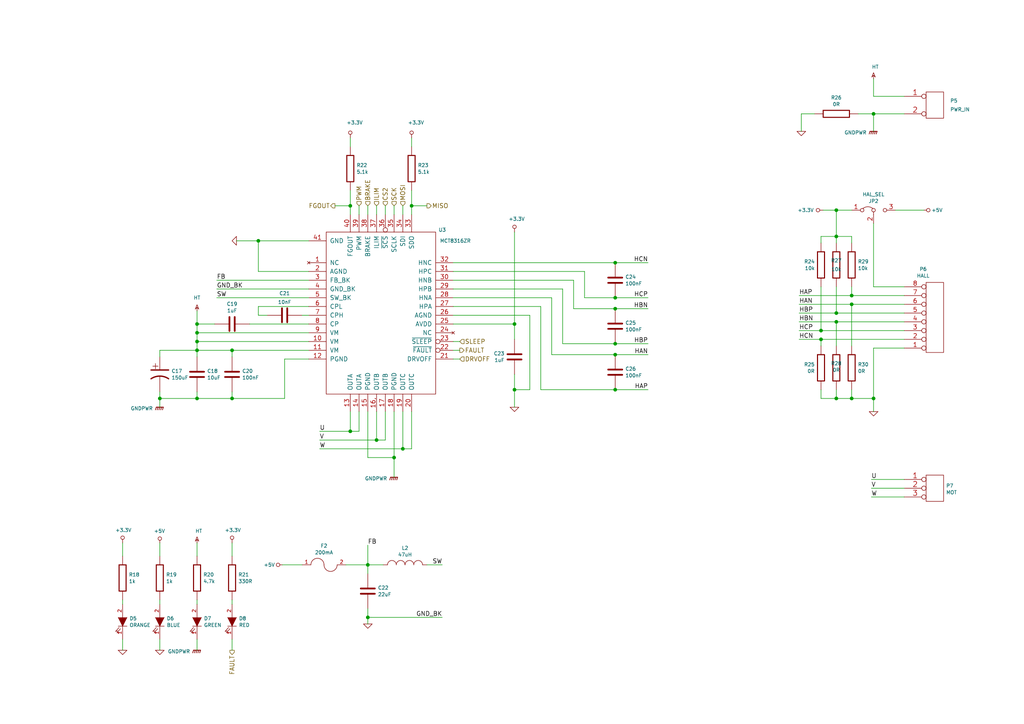
<source format=kicad_sch>
(kicad_sch (version 20231120) (generator "eeschema") (generator_version "8.0")
  (paper "A4")
  (title_block (title "Driver") (date "2021-04-29") (rev "01") (company "TuX's Design"))
  (lib_symbols
    (symbol "Driverino-rescue:+3.3V-power" (power) (pin_names (offset 0))
      (property "Value" "+3.3V-power" (at 0 2.794 0))
      (symbol "+3.3V-power_0_0"
        (pin power_in line (at 0 0 90) (length 0) hide (name "+3.3V") (number "1"))
      )
      (symbol "+3.3V-power_0_1"
        (polyline (pts (xy 0 0) (xy 0 1.016) (xy 0 1.016)))
        (circle (center 0 1.524) (radius 0.508))
      )
    )
    (symbol "Driverino-rescue:+5V-power" (power) (pin_names (offset 1.016))
      (property "Value" "+5V-power" (at 0 2.286 0))
      (symbol "+5V-power_0_0"
        (pin power_in line (at 0 0 90) (length 0) hide (name "+5V") (number "1"))
      )
      (symbol "+5V-power_0_1"
        (polyline (pts (xy 0 0) (xy 0 0.762) (xy 0 0.762) (xy 0 0.762)))
        (circle (center 0 1.27) (radius 0.508))
      )
    )
    (symbol "Driverino-rescue:C-device" (pin_numbers hide) (pin_names (offset 0.254))
      (property "Reference" "C" (at 0 2.54 0))
      (property "Value" "C-device" (at 0.1524 -2.159 0))
      (symbol "C-device_0_1"
        (polyline (pts (xy -2.032 -0.762) (xy 2.032 -0.762)) (stroke (width 0.508)))
        (polyline (pts (xy -2.032 0.762) (xy 2.032 0.762)) (stroke (width 0.508)))
      )
      (symbol "C-device_1_1"
        (pin passive line (at 0 5.08 270) (length 4.318) (name "~") (number "1"))
        (pin passive line (at 0 -5.08 90) (length 4.318) (name "~") (number "2"))
      )
    )
    (symbol "Driverino-rescue:CONN_2-conn" (pin_names (offset 1.016) hide)
      (property "Reference" "P" (at -1.27 0 90))
      (property "Value" "CONN_2-conn" (at 1.27 0 90))
      (symbol "CONN_2-conn_0_1"
        (rectangle (start -2.54 3.81) (end 2.54 -3.81))
      )
      (symbol "CONN_2-conn_1_1"
        (pin passive inverted (at -8.89 2.54 0) (length 6.35) (name "P1") (number "1"))
        (pin passive inverted (at -8.89 -2.54 0) (length 6.35) (name "PM") (number "2"))
      )
    )
    (symbol "Driverino-rescue:CONN_3-conn" (pin_names (offset 1.016) hide)
      (property "Reference" "K" (at -1.27 0 90))
      (property "Value" "CONN_3-conn" (at 1.27 0 90))
      (symbol "CONN_3-conn_0_1"
        (rectangle (start -2.54 3.81) (end 2.54 -3.81))
      )
      (symbol "CONN_3-conn_1_1"
        (pin passive inverted (at -8.89 2.54 0) (length 6.35) (name "P1") (number "1"))
        (pin passive inverted (at -8.89 0 0) (length 6.35) (name "PM") (number "2"))
        (pin passive inverted (at -8.89 -2.54 0) (length 6.35) (name "P3") (number "3"))
      )
    )
    (symbol "Driverino-rescue:CONN_8-conn" (pin_names (offset 1.016) hide)
      (property "Reference" "P" (at -1.27 0 90))
      (property "Value" "CONN_8-conn" (at 1.27 0 90))
      (symbol "CONN_8-conn_0_1"
        (rectangle (start -2.54 10.16) (end 2.54 -10.16))
      )
      (symbol "CONN_8-conn_1_1"
        (pin passive inverted (at -8.89 8.89 0) (length 6.35) (name "P1") (number "1"))
        (pin passive inverted (at -8.89 6.35 0) (length 6.35) (name "P2") (number "2"))
        (pin passive inverted (at -8.89 3.81 0) (length 6.35) (name "P3") (number "3"))
        (pin passive inverted (at -8.89 1.27 0) (length 6.35) (name "P4") (number "4"))
        (pin passive inverted (at -8.89 -1.27 0) (length 6.35) (name "P5") (number "5"))
        (pin passive inverted (at -8.89 -3.81 0) (length 6.35) (name "P6") (number "6"))
        (pin passive inverted (at -8.89 -6.35 0) (length 6.35) (name "P7") (number "7"))
        (pin passive inverted (at -8.89 -8.89 0) (length 6.35) (name "P8") (number "8"))
      )
    )
    (symbol "Driverino-rescue:CP1-device" (pin_numbers hide) (pin_names (offset 0.254) hide)
      (property "Reference" "C" (at 1.27 2.54 0))
      (property "Value" "CP1-device" (at 1.27 -2.54 0))
      (symbol "CP1-device_0_0"
        (text "+" (at -1.27 2.54 0) (effects (font (size 2.032 2.032))))
      )
      (symbol "CP1-device_0_1"
        (polyline (pts (xy -2.54 1.27) (xy 2.54 1.27) (xy 1.27 1.27) (xy 1.27 1.27)) (stroke (width 0.381)))
        (arc (start 2.54 -1.27) (mid 0 -0.5009) (end -2.54 -1.27) (stroke (width 0.381)))
      )
      (symbol "CP1-device_1_1"
        (pin passive line (at 0 5.08 270) (length 3.81) (name "~") (number "1"))
        (pin passive line (at 0 -5.08 90) (length 4.572) (name "~") (number "2"))
      )
    )
    (symbol "Driverino-rescue:FUSE-device" (pin_names (offset 0.254))
      (property "Reference" "F" (at 2.54 1.27 0))
      (property "Value" "FUSE-device" (at -2.54 -1.27 0))
      (symbol "FUSE-device_0_1"
        (arc (start 0 0) (mid -1.905 1.8967) (end -3.81 0))
        (arc (start 0 0) (mid 1.905 -1.8967) (end 3.81 0))
      )
      (symbol "FUSE-device_1_1"
        (pin input line (at -6.35 0 0) (length 2.54) (name "~") (number "1"))
        (pin input line (at 6.35 0 180) (length 2.54) (name "~") (number "2"))
      )
    )
    (symbol "Driverino-rescue:GND-power" (power) (pin_names (offset 0))
      (symbol "GND-power_0_1"
        (polyline (pts (xy -1.27 0) (xy 0 -1.27) (xy 1.27 0) (xy -1.27 0)))
      )
      (symbol "GND-power_1_1"
        (pin power_in line (at 0 0 90) (length 0) hide (name "GND") (number "1"))
      )
    )
    (symbol "Driverino-rescue:GNDPWR-power" (power) (pin_numbers hide) (pin_names (offset 0) hide)
      (property "Value" "GNDPWR-power" (at 0 -2.032 0))
      (symbol "GNDPWR-power_0_1"
        (polyline (pts (xy -1.016 0) (xy -1.27 -0.762) (xy -1.27 -0.762)) (stroke (width 0.2032)))
        (polyline (pts (xy -0.508 0) (xy -0.762 -0.762) (xy -0.762 -0.762)) (stroke (width 0.2032)))
        (polyline (pts (xy 0 0) (xy -0.254 -0.762) (xy -0.254 -0.762)) (stroke (width 0.2032)))
        (polyline (pts (xy 0.508 0) (xy 0.254 -0.762) (xy 0.254 -0.762)) (stroke (width 0.2032)))
        (polyline (pts (xy 1.016 0) (xy -1.016 0) (xy -1.016 0)) (stroke (width 0.254)))
        (polyline (pts (xy 1.016 0) (xy 0.762 -0.762) (xy 0.762 -0.762) (xy 0.762 -0.762)) (stroke (width 0.2032)))
      )
      (symbol "GNDPWR-power_1_1"
        (pin power_in line (at 0 0 90) (length 0) hide (name "GNDPWR") (number "1"))
      )
    )
    (symbol "Driverino-rescue:INDUCTOR_SMALL-device" (pin_numbers hide) (pin_names (offset 0) hide)
      (property "Reference" "L" (at 0 2.54 0))
      (property "Value" "INDUCTOR_SMALL-device" (at 0 -1.27 0))
      (symbol "INDUCTOR_SMALL-device_0_1"
        (arc (start -2.54 0) (mid -3.81 1.2645) (end -5.08 0))
        (arc (start 0 0) (mid -1.27 1.2645) (end -2.54 0))
        (arc (start 2.54 0) (mid 1.27 1.2645) (end 0 0))
        (arc (start 5.08 0) (mid 3.81 1.2645) (end 2.54 0))
      )
      (symbol "INDUCTOR_SMALL-device_1_1"
        (pin input line (at -6.35 0 0) (length 1.27) (name "1") (number "1"))
        (pin input line (at 6.35 0 180) (length 1.27) (name "2") (number "2"))
      )
    )
    (symbol "Driverino-rescue:Jumper_3_Bridged12-Jumper" (pin_names (offset 0) hide)
      (property "Reference" "JP" (at -2.54 -2.54 0))
      (property "Value" "Jumper_3_Bridged12-Jumper" (at 0 2.794 0))
      (symbol "Jumper_3_Bridged12-Jumper_0_0"
        (circle (center -3.302 0) (radius 0.508))
        (circle (center 0 0) (radius 0.508))
        (circle (center 3.302 0) (radius 0.508))
      )
      (symbol "Jumper_3_Bridged12-Jumper_0_1"
        (arc (start -0.254 0.508) (mid -1.651 0.9912) (end -3.048 0.508))
        (polyline (pts (xy 0 -1.27) (xy 0 -0.508)))
      )
      (symbol "Jumper_3_Bridged12-Jumper_1_1"
        (pin passive line (at -6.35 0 0) (length 2.54) (name "A") (number "1"))
        (pin input line (at 0 -3.81 90) (length 2.54) (name "C") (number "2"))
        (pin passive line (at 6.35 0 180) (length 2.54) (name "B") (number "3"))
      )
    )
    (symbol "Driverino-rescue:LED-device" (pin_names (offset 1.016) hide)
      (property "Reference" "D" (at 0 2.54 0))
      (property "Value" "LED-device" (at 0 -2.54 0))
      (symbol "LED-device_0_1"
        (polyline (pts (xy 1.27 1.27) (xy 1.27 -1.27)))
        (polyline (pts (xy -1.27 1.27) (xy 1.27 0) (xy -1.27 -1.27)) (fill (type outline)))
        (polyline (pts (xy 1.651 -1.016) (xy 2.794 -2.032) (xy 2.667 -1.397)))
        (polyline (pts (xy 2.032 -0.635) (xy 3.175 -1.651) (xy 3.048 -1.016)))
      )
      (symbol "LED-device_1_1"
        (pin passive line (at 5.08 0 180) (length 3.81) (name "K") (number "1"))
        (pin passive line (at -5.08 0 0) (length 3.81) (name "A") (number "2"))
      )
    )
    (symbol "Driverino-rescue:MCT8316Z-texas2" (pin_names (offset 1.016))
      (property "Reference" "U" (at 0 3.175 0))
      (property "Value" "MCT8316Z-texas2" (at 0 0 0))
      (symbol "MCT8316Z-texas2_0_0"
        (pin no_connect line (at -20.955 13.97 0) (length 5.08) (name "NC") (number "1"))
        (pin power_in line (at -20.955 -8.89 0) (length 5.08) (name "VM") (number "10"))
        (pin power_in line (at -20.955 -11.43 0) (length 5.08) (name "VM") (number "11"))
        (pin power_in line (at -20.955 -13.97 0) (length 5.08) (name "PGND") (number "12"))
        (pin output line (at -8.89 -29.21 90) (length 5.08) (name "OUTA") (number "13"))
        (pin output line (at -6.35 -29.21 90) (length 5.08) (name "OUTA") (number "14"))
        (pin power_in line (at -3.81 -29.21 90) (length 5.08) (name "PGND") (number "15"))
        (pin output line (at -1.27 -29.21 90) (length 5.08) (name "OUTB") (number "16,"))
        (pin output line (at 1.27 -29.21 90) (length 5.08) (name "OUTB") (number "17"))
        (pin power_in line (at 3.81 -29.21 90) (length 5.08) (name "PGND") (number "18"))
        (pin output line (at 6.35 -29.21 90) (length 5.08) (name "OUTC") (number "19"))
        (pin power_in line (at -20.955 11.43 0) (length 5.08) (name "AGND") (number "2"))
        (pin output line (at 8.89 -29.21 90) (length 5.08) (name "OUTC") (number "20"))
        (pin input line (at 20.955 -13.97 180) (length 5.08) (name "DRVOFF") (number "21"))
        (pin output inverted (at 20.955 -11.43 180) (length 5.08) (name "~{FAULT}") (number "22"))
        (pin input inverted (at 20.955 -8.89 180) (length 5.08) (name "~{SLEEP}") (number "23"))
        (pin no_connect line (at 20.955 -6.35 180) (length 5.08) (name "NC") (number "24"))
        (pin power_in line (at 20.955 -3.81 180) (length 5.08) (name "AVDD") (number "25"))
        (pin power_in line (at 20.955 -1.27 180) (length 5.08) (name "AGND") (number "26"))
        (pin input line (at 20.955 1.27 180) (length 5.08) (name "HPA") (number "27"))
        (pin input line (at 20.955 3.81 180) (length 5.08) (name "HNA") (number "28"))
        (pin input line (at 20.955 6.35 180) (length 5.08) (name "HPB") (number "29"))
        (pin power_in line (at -20.955 8.89 0) (length 5.08) (name "FB_BK") (number "3"))
        (pin input line (at 20.955 8.89 180) (length 5.08) (name "HNB") (number "30"))
        (pin input line (at 20.955 11.43 180) (length 5.08) (name "HPC") (number "31"))
        (pin input line (at 20.955 13.97 180) (length 5.08) (name "HNC") (number "32"))
        (pin output line (at 8.89 27.94 270) (length 5.08) (name "SDO") (number "33"))
        (pin input line (at 6.35 27.94 270) (length 5.08) (name "SDI") (number "34"))
        (pin input line (at 3.81 27.94 270) (length 5.08) (name "SCLK") (number "35"))
        (pin input inverted (at 1.27 27.94 270) (length 5.08) (name "~{SCS}") (number "36"))
        (pin input line (at -1.27 27.94 270) (length 5.08) (name "ILIM") (number "37"))
        (pin input line (at -3.81 27.94 270) (length 5.08) (name "BRAKE") (number "38"))
        (pin input line (at -6.35 27.94 270) (length 5.08) (name "PWM") (number "39"))
        (pin power_in line (at -20.955 6.35 0) (length 5.08) (name "GND_BK") (number "4"))
        (pin output line (at -8.89 27.94 270) (length 5.08) (name "FGOUT") (number "40"))
        (pin power_in line (at -20.955 20.32 0) (length 5.08) (name "GND") (number "41"))
        (pin power_out line (at -20.955 3.81 0) (length 5.08) (name "SW_BK") (number "5"))
        (pin power_in line (at -20.955 1.27 0) (length 5.08) (name "CPL") (number "6"))
        (pin power_in line (at -20.955 -1.27 0) (length 5.08) (name "CPH") (number "7"))
        (pin power_in line (at -20.955 -3.81 0) (length 5.08) (name "CP") (number "8"))
        (pin power_in line (at -20.955 -6.35 0) (length 5.08) (name "VM") (number "9"))
      )
      (symbol "MCT8316Z-texas2_0_1"
        (rectangle (start -15.875 22.86) (end 15.875 -24.13))
      )
    )
    (symbol "Driverino-rescue:R-device" (pin_numbers hide) (pin_names (offset 0))
      (property "Reference" "R" (at 2.032 0 90))
      (property "Value" "R-device" (at 0.1778 0.0254 90))
      (symbol "R-device_0_1"
        (rectangle (start -1.016 3.81) (end 1.016 -3.81) (stroke (width 0.3048)))
      )
      (symbol "R-device_1_1"
        (pin passive line (at 0 6.35 270) (length 2.54) (name "~") (number "1"))
        (pin passive line (at 0 -6.35 90) (length 2.54) (name "~") (number "2"))
      )
    )
    (symbol "power:HT" (power) (pin_names (offset 0))
      (property "Value" "HT" (at 0 2.286 0))
      (symbol "HT_0_0"
        (pin power_in line (at 0 0 90) (length 0) hide (name "HT") (number "1"))
      )
      (symbol "HT_0_1"
        (polyline (pts (xy 0 0) (xy 0 1.016) (xy 0 1.016)))
        (polyline (pts (xy 0 1.016) (xy 0.508 0.508) (xy 0 1.778) (xy -0.508 0.508) (xy 0 1.016) (xy 0 1.016)))
      )
    )
  )
  (junction (at 238.125 98.425))
  (junction (at 178.435 113.03))
  (junction (at 242.57 68.58))
  (junction (at 242.57 60.96))
  (junction (at 109.22 127.635))
  (junction (at 57.15 101.6))
  (junction (at 116.84 130.175))
  (junction (at 253.365 33.02))
  (junction (at 178.435 89.535))
  (junction (at 149.225 93.98))
  (junction (at 253.365 115.57))
  (junction (at 74.93 69.85))
  (junction (at 242.57 93.345))
  (junction (at 178.435 86.36))
  (junction (at 119.38 59.69))
  (junction (at 67.31 115.57))
  (junction (at 101.6 59.69))
  (junction (at 106.68 179.07))
  (junction (at 247.015 115.57))
  (junction (at 67.31 101.6))
  (junction (at 247.015 88.265))
  (junction (at 57.15 93.98))
  (junction (at 247.015 85.725))
  (junction (at 57.15 115.57))
  (junction (at 242.57 90.805))
  (junction (at 149.225 113.03))
  (junction (at 238.125 95.885))
  (junction (at 114.3 132.715))
  (junction (at 106.68 163.83))
  (junction (at 242.57 115.57))
  (junction (at 178.435 102.87))
  (junction (at 178.435 76.2))
  (junction (at 178.435 99.695))
  (junction (at 57.15 99.06))
  (junction (at 101.6 125.095))
  (junction (at 46.355 115.57))
  (junction (at 57.15 96.52))
  (wire (pts (xy 57.15 101.6) (xy 67.31 101.6)))
  (wire (pts (xy 67.31 185.42) (xy 67.31 188.595)))
  (wire (pts (xy 116.84 119.38) (xy 116.84 130.175)))
  (wire (pts (xy 242.57 115.57) (xy 247.015 115.57)))
  (wire (pts (xy 106.68 163.83) (xy 100.33 163.83)))
  (wire (pts (xy 67.31 115.57) (xy 82.55 115.57)))
  (wire (pts (xy 101.6 59.69) (xy 97.155 59.69)))
  (wire (pts (xy 104.14 119.38) (xy 104.14 125.095)))
  (wire (pts (xy 178.435 99.695) (xy 187.96 99.695)))
  (wire (pts (xy 101.6 119.38) (xy 101.6 125.095)))
  (wire (pts (xy 242.57 93.345) (xy 262.255 93.345)))
  (wire (pts (xy 253.365 33.02) (xy 253.365 38.1)))
  (wire (pts (xy 178.435 102.87) (xy 187.96 102.87)))
  (wire (pts (xy 236.22 33.02) (xy 232.41 33.02)))
  (wire (pts (xy 57.15 101.6) (xy 57.15 99.06)))
  (wire (pts (xy 262.255 88.265) (xy 247.015 88.265)))
  (wire (pts (xy 253.365 22.86) (xy 253.365 27.94)))
  (wire (pts (xy 153.67 91.44) (xy 153.67 113.03)))
  (wire (pts (xy 149.225 93.98) (xy 149.225 98.425)))
  (wire (pts (xy 81.915 163.83) (xy 87.63 163.83)))
  (wire (pts (xy 101.6 40.005) (xy 101.6 42.545)))
  (wire (pts (xy 262.255 90.805) (xy 242.57 90.805)))
  (wire (pts (xy 67.31 101.6) (xy 89.535 101.6)))
  (wire (pts (xy 160.02 102.87) (xy 178.435 102.87)))
  (wire (pts (xy 253.365 64.77) (xy 253.365 83.185)))
  (wire (pts (xy 238.125 98.425) (xy 238.125 100.33)))
  (wire (pts (xy 74.93 91.44) (xy 74.93 88.9)))
  (wire (pts (xy 238.76 60.96) (xy 242.57 60.96)))
  (wire (pts (xy 101.6 125.095) (xy 92.71 125.095)))
  (wire (pts (xy 57.15 99.06) (xy 57.15 96.52)))
  (wire (pts (xy 89.535 69.85) (xy 74.93 69.85)))
  (wire (pts (xy 87.63 91.44) (xy 89.535 91.44)))
  (wire (pts (xy 67.31 157.48) (xy 67.31 161.29)))
  (wire (pts (xy 57.15 96.52) (xy 89.535 96.52)))
  (wire (pts (xy 119.38 130.175) (xy 116.84 130.175)))
  (wire (pts (xy 114.3 62.23) (xy 114.3 59.69)))
  (wire (pts (xy 253.365 100.965) (xy 253.365 115.57)))
  (wire (pts (xy 247.015 113.03) (xy 247.015 115.57)))
  (wire (pts (xy 169.545 78.74) (xy 169.545 86.36)))
  (wire (pts (xy 57.15 99.06) (xy 89.535 99.06)))
  (wire (pts (xy 166.37 81.28) (xy 166.37 89.535)))
  (wire (pts (xy 178.435 76.2) (xy 187.96 76.2)))
  (wire (pts (xy 57.15 185.42) (xy 57.15 188.595)))
  (wire (pts (xy 262.255 100.965) (xy 253.365 100.965)))
  (wire (pts (xy 262.255 85.725) (xy 247.015 85.725)))
  (wire (pts (xy 74.93 69.85) (xy 74.93 78.74)))
  (wire (pts (xy 247.015 115.57) (xy 253.365 115.57)))
  (wire (pts (xy 67.31 173.99) (xy 67.31 175.26)))
  (wire (pts (xy 253.365 33.02) (xy 248.92 33.02)))
  (wire (pts (xy 232.41 33.02) (xy 232.41 38.1)))
  (wire (pts (xy 131.445 99.06) (xy 133.35 99.06)))
  (wire (pts (xy 169.545 86.36) (xy 178.435 86.36)))
  (wire (pts (xy 89.535 83.82) (xy 62.865 83.82)))
  (wire (pts (xy 131.445 81.28) (xy 166.37 81.28)))
  (wire (pts (xy 242.57 90.805) (xy 231.775 90.805)))
  (wire (pts (xy 247.015 85.725) (xy 231.775 85.725)))
  (wire (pts (xy 111.125 163.83) (xy 106.68 163.83)))
  (wire (pts (xy 109.22 62.23) (xy 109.22 59.69)))
  (wire (pts (xy 231.775 93.345) (xy 242.57 93.345)))
  (wire (pts (xy 89.535 78.74) (xy 74.93 78.74)))
  (wire (pts (xy 267.97 60.96) (xy 259.715 60.96)))
  (wire (pts (xy 46.355 101.6) (xy 46.355 103.505)))
  (wire (pts (xy 131.445 104.14) (xy 133.35 104.14)))
  (wire (pts (xy 131.445 78.74) (xy 169.545 78.74)))
  (wire (pts (xy 178.435 89.535) (xy 187.96 89.535)))
  (wire (pts (xy 57.15 101.6) (xy 57.15 103.505)))
  (wire (pts (xy 82.55 104.14) (xy 89.535 104.14)))
  (wire (pts (xy 46.355 185.42) (xy 46.355 188.595)))
  (wire (pts (xy 116.84 62.23) (xy 116.84 59.69)))
  (wire (pts (xy 46.355 115.57) (xy 46.355 118.11)))
  (wire (pts (xy 111.76 127.635) (xy 109.22 127.635)))
  (wire (pts (xy 89.535 81.28) (xy 62.865 81.28)))
  (wire (pts (xy 74.93 88.9) (xy 89.535 88.9)))
  (wire (pts (xy 131.445 83.82) (xy 163.195 83.82)))
  (wire (pts (xy 62.23 93.98) (xy 57.15 93.98)))
  (wire (pts (xy 104.14 125.095) (xy 101.6 125.095)))
  (wire (pts (xy 57.15 101.6) (xy 46.355 101.6)))
  (wire (pts (xy 111.76 62.23) (xy 111.76 59.69)))
  (wire (pts (xy 77.47 91.44) (xy 74.93 91.44)))
  (wire (pts (xy 106.68 163.83) (xy 106.68 158.115)))
  (wire (pts (xy 106.68 163.83) (xy 106.68 166.37)))
  (wire (pts (xy 242.57 68.58) (xy 247.015 68.58)))
  (wire (pts (xy 74.93 69.85) (xy 68.58 69.85)))
  (wire (pts (xy 149.225 113.03) (xy 149.225 118.11)))
  (wire (pts (xy 156.845 88.9) (xy 156.845 113.03)))
  (wire (pts (xy 160.02 86.36) (xy 160.02 102.87)))
  (wire (pts (xy 242.57 60.96) (xy 247.015 60.96)))
  (wire (pts (xy 242.57 93.345) (xy 242.57 100.33)))
  (wire (pts (xy 67.31 101.6) (xy 67.31 103.505)))
  (wire (pts (xy 46.355 173.99) (xy 46.355 175.26)))
  (wire (pts (xy 114.3 119.38) (xy 114.3 132.715)))
  (wire (pts (xy 72.39 93.98) (xy 89.535 93.98)))
  (wire (pts (xy 131.445 86.36) (xy 160.02 86.36)))
  (wire (pts (xy 242.57 68.58) (xy 242.57 70.485)))
  (wire (pts (xy 119.38 62.23) (xy 119.38 59.69)))
  (wire (pts (xy 67.31 113.665) (xy 67.31 115.57)))
  (wire (pts (xy 149.225 93.98) (xy 149.225 67.31)))
  (wire (pts (xy 253.365 27.94) (xy 262.255 27.94)))
  (wire (pts (xy 57.15 173.99) (xy 57.15 175.26)))
  (wire (pts (xy 238.125 113.03) (xy 238.125 115.57)))
  (wire (pts (xy 131.445 91.44) (xy 153.67 91.44)))
  (wire (pts (xy 262.255 144.145) (xy 252.73 144.145)))
  (wire (pts (xy 262.255 141.605) (xy 252.73 141.605)))
  (wire (pts (xy 119.38 119.38) (xy 119.38 130.175)))
  (wire (pts (xy 106.68 119.38) (xy 106.68 132.715)))
  (wire (pts (xy 149.225 113.03) (xy 153.67 113.03)))
  (wire (pts (xy 163.195 99.695) (xy 178.435 99.695)))
  (wire (pts (xy 238.125 68.58) (xy 242.57 68.58)))
  (wire (pts (xy 104.14 62.23) (xy 104.14 59.69)))
  (wire (pts (xy 262.255 98.425) (xy 238.125 98.425)))
  (wire (pts (xy 238.125 83.185) (xy 238.125 95.885)))
  (wire (pts (xy 35.56 161.29) (xy 35.56 157.48)))
  (wire (pts (xy 106.68 62.23) (xy 106.68 59.69)))
  (wire (pts (xy 57.15 115.57) (xy 67.31 115.57)))
  (wire (pts (xy 131.445 101.6) (xy 133.35 101.6)))
  (wire (pts (xy 247.015 88.265) (xy 247.015 100.33)))
  (wire (pts (xy 119.38 59.69) (xy 119.38 55.245)))
  (wire (pts (xy 35.56 185.42) (xy 35.56 188.595)))
  (wire (pts (xy 119.38 59.69) (xy 123.825 59.69)))
  (wire (pts (xy 106.68 179.07) (xy 106.68 180.975)))
  (wire (pts (xy 46.355 115.57) (xy 57.15 115.57)))
  (wire (pts (xy 247.015 88.265) (xy 231.775 88.265)))
  (wire (pts (xy 131.445 88.9) (xy 156.845 88.9)))
  (wire (pts (xy 111.76 119.38) (xy 111.76 127.635)))
  (wire (pts (xy 106.68 132.715) (xy 114.3 132.715)))
  (wire (pts (xy 156.845 113.03) (xy 178.435 113.03)))
  (wire (pts (xy 89.535 86.36) (xy 62.865 86.36)))
  (wire (pts (xy 116.84 130.175) (xy 92.71 130.175)))
  (wire (pts (xy 123.825 163.83) (xy 128.27 163.83)))
  (wire (pts (xy 106.68 176.53) (xy 106.68 179.07)))
  (wire (pts (xy 178.435 86.36) (xy 187.96 86.36)))
  (wire (pts (xy 262.255 139.065) (xy 252.73 139.065)))
  (wire (pts (xy 247.015 68.58) (xy 247.015 70.485)))
  (wire (pts (xy 253.365 83.185) (xy 262.255 83.185)))
  (wire (pts (xy 101.6 55.245) (xy 101.6 59.69)))
  (wire (pts (xy 242.57 113.03) (xy 242.57 115.57)))
  (wire (pts (xy 262.255 33.02) (xy 253.365 33.02)))
  (wire (pts (xy 82.55 115.57) (xy 82.55 104.14)))
  (wire (pts (xy 57.15 90.17) (xy 57.15 93.98)))
  (wire (pts (xy 109.22 119.38) (xy 109.22 127.635)))
  (wire (pts (xy 131.445 93.98) (xy 149.225 93.98)))
  (wire (pts (xy 238.125 115.57) (xy 242.57 115.57)))
  (wire (pts (xy 114.3 132.715) (xy 114.3 138.43)))
  (wire (pts (xy 101.6 59.69) (xy 101.6 62.23)))
  (wire (pts (xy 253.365 115.57) (xy 253.365 119.38)))
  (wire (pts (xy 238.125 68.58) (xy 238.125 70.485)))
  (wire (pts (xy 178.435 113.03) (xy 187.96 113.03)))
  (wire (pts (xy 57.15 157.48) (xy 57.15 161.29)))
  (wire (pts (xy 46.355 161.29) (xy 46.355 157.48)))
  (wire (pts (xy 238.125 95.885) (xy 231.775 95.885)))
  (wire (pts (xy 57.15 113.665) (xy 57.15 115.57)))
  (wire (pts (xy 109.22 127.635) (xy 92.71 127.635)))
  (wire (pts (xy 238.125 98.425) (xy 231.775 98.425)))
  (wire (pts (xy 119.38 40.005) (xy 119.38 42.545)))
  (wire (pts (xy 247.015 85.725) (xy 247.015 83.185)))
  (wire (pts (xy 149.225 108.585) (xy 149.225 113.03)))
  (wire (pts (xy 131.445 76.2) (xy 178.435 76.2)))
  (wire (pts (xy 35.56 173.99) (xy 35.56 175.26)))
  (wire (pts (xy 166.37 89.535) (xy 178.435 89.535)))
  (wire (pts (xy 262.255 95.885) (xy 238.125 95.885)))
  (wire (pts (xy 242.57 60.96) (xy 242.57 68.58)))
  (wire (pts (xy 46.355 113.665) (xy 46.355 115.57)))
  (wire (pts (xy 57.15 93.98) (xy 57.15 96.52)))
  (wire (pts (xy 106.68 179.07) (xy 128.27 179.07)))
  (wire (pts (xy 163.195 83.82) (xy 163.195 99.695)))
  (wire (pts (xy 242.57 83.185) (xy 242.57 90.805)))
  (label "U" (at 92.71 125.095 0))
  (label "FB" (at 106.68 158.115 0))
  (label "HAN" (at 187.96 102.87 180))
  (label "HCN" (at 187.96 76.2 180))
  (label "HAP" (at 231.775 85.725 0))
  (label "HBN" (at 231.775 93.345 0))
  (label "HBP" (at 231.775 90.805 0))
  (label "HBN" (at 187.96 89.535 180))
  (label "GND_BK" (at 128.27 179.07 180))
  (label "V" (at 92.71 127.635 0))
  (label "FB" (at 62.865 81.28 0))
  (label "W" (at 92.71 130.175 0))
  (label "SW" (at 128.27 163.83 180))
  (label "SW" (at 62.865 86.36 0))
  (label "HBP" (at 187.96 99.695 180))
  (label "HCP" (at 231.775 95.885 0))
  (label "HCN" (at 231.775 98.425 0))
  (label "HAP" (at 187.96 113.03 180))
  (label "U" (at 252.73 139.065 0))
  (label "V" (at 252.73 141.605 0))
  (label "W" (at 252.73 144.145 0))
  (label "GND_BK" (at 62.865 83.82 0))
  (label "HCP" (at 187.96 86.36 180))
  (label "HAN" (at 231.775 88.265 0))
  (hierarchical_label "BRAKE" (shape input) (at 106.68 59.69 90))
  (hierarchical_label "SLEEP" (shape input) (at 133.35 99.06 0))
  (hierarchical_label "PWM" (shape input) (at 104.14 59.69 90))
  (hierarchical_label "DRVOFF" (shape input) (at 133.35 104.14 0))
  (hierarchical_label "MISO" (shape output) (at 123.825 59.69 0))
  (hierarchical_label "FAULT" (shape output) (at 67.31 188.595 270))
  (hierarchical_label "FGOUT" (shape output) (at 97.155 59.69 180))
  (hierarchical_label "ILIM" (shape input) (at 109.22 59.69 90))
  (hierarchical_label "FAULT" (shape output) (at 133.35 101.6 0))
  (hierarchical_label "MOSI" (shape input) (at 116.84 59.69 90))
  (hierarchical_label "CS2" (shape input) (at 111.76 59.69 90))
  (hierarchical_label "SCK" (shape input) (at 114.3 59.69 90))
  (symbol (lib_id "Driverino-rescue:+5V-power") (at 81.915 163.83 90) (mirror x) (unit 1)
    (property "Reference" "#PWR046" (effects (hide yes)))
    (property "Value" "+5V" (at 78.105 163.83 90) (effects (font (size 1.016 1.016))))
  )
  (symbol (lib_id "Driverino-rescue:+3.3V-power") (at 149.225 67.31 0) (unit 1)
    (property "Reference" "#PWR051" (effects (hide yes)))
    (property "Value" "+3.3V" (at 149.86 63.5 0) (effects (font (size 1.016 1.016))))
  )
  (symbol (lib_id "Driverino-rescue:+3.3V-power") (at 101.6 40.005 0) (unit 1)
    (property "Reference" "#PWR047" (effects (hide yes)))
    (property "Value" "+3.3V" (at 102.87 35.56 0) (effects (font (size 1.016 1.016))))
  )
  (symbol (lib_id "Driverino-rescue:+3.3V-power") (at 119.38 40.005 0) (unit 1)
    (property "Reference" "#PWR050" (effects (hide yes)))
    (property "Value" "+3.3V" (at 120.65 35.56 0) (effects (font (size 1.016 1.016))))
  )
  (symbol (lib_id "Driverino-rescue:Jumper_3_Bridged12-Jumper") (at 253.365 60.96 0) (unit 1)
    (property "Reference" "JP2" (at 253.365 58.3184 0) (effects (font (size 1.016 1.016))))
    (property "Value" "HAL_SEL" (at 253.365 56.388 0) (effects (font (size 1.016 1.016))))
    (property "Footprint" "Connector_PinHeader_1.27mm:PinHeader_1x03_P1.27mm_Vertical" (effects (hide yes)))
    (property "Manufacturer" "Samtec" (effects (hide yes)))
    (property "Provider" "Mouser" (effects (hide yes)))
    (property "ProviderCode" "200-TMS10301GS" (effects (hide yes)))
    (property "manf#" "TMS-103-01-G-S" (effects (hide yes)))
  )
  (symbol (lib_id "Driverino-rescue:+5V-power") (at 267.97 60.96 270) (unit 1)
    (property "Reference" "#PWR058" (effects (hide yes)))
    (property "Value" "+5V" (at 271.78 60.96 90) (effects (font (size 1.016 1.016))))
  )
  (symbol (lib_id "Driverino-rescue:FUSE-device") (at 93.98 163.83 0) (unit 1)
    (property "Reference" "F2" (at 93.98 158.3182 0) (effects (font (size 1.016 1.016))))
    (property "Value" "200mA" (at 93.98 160.2486 0) (effects (font (size 1.016 1.016))))
    (property "Footprint" "Fuse:Fuse_0402_1005Metric" (effects (hide yes)))
    (property "manf#" "MF-ASML020/6-2" (effects (hide yes)))
    (property "Manufacturer" "Bourns" (effects (hide yes)))
    (property "Provider" "Mouser" (effects (hide yes)))
    (property "ProviderCode" "652-MF-ASML020/6-2" (effects (hide yes)))
  )
  (symbol (lib_id "Driverino-rescue:+3.3V-power") (at 238.76 60.96 90) (unit 1)
    (property "Reference" "#PWR054" (effects (hide yes)))
    (property "Value" "+3.3V" (at 233.68 60.96 90) (effects (font (size 1.016 1.016))))
  )
  (symbol (lib_id "power:HT") (at 57.15 157.48 0) (unit 1)
    (property "Reference" "#PWR042" (effects (hide yes)))
    (property "Value" "HT" (at 57.658 154.0256 0) (effects (font (size 1.016 1.016))))
  )
  (symbol (lib_id "Driverino-rescue:R-device") (at 57.15 167.64 0) (unit 1)
    (property "Reference" "R20" (at 58.9534 166.6748 0) (effects (font (size 1.016 1.016)) (justify left)))
    (property "Value" "4.7k" (at 58.9534 168.6052 0) (effects (font (size 1.016 1.016)) (justify left)))
    (property "Footprint" "Resistor_SMD:R_0402_1005Metric" (effects (hide yes)))
    (property "Manufacturer" "Yageo" (effects (hide yes)))
    (property "manf#" "RC0402FR-074K7L" (effects (hide yes)))
    (property "Provider" "Mouser" (effects (hide yes)))
    (property "ProviderCode" "603-RC0402FR-074K7L" (effects (hide yes)))
  )
  (symbol (lib_id "Driverino-rescue:GNDPWR-power") (at 57.15 188.595 0) (unit 1)
    (property "Reference" "#PWR043" (effects (hide yes)))
    (property "Value" "GNDPWR" (at 55.1434 188.9506 0) (effects (font (size 1.016 1.016)) (justify right)))
  )
  (symbol (lib_id "Driverino-rescue:LED-device") (at 57.15 180.34 270) (unit 1)
    (property "Reference" "D7" (at 59.1312 179.3748 90) (effects (font (size 1.016 1.016)) (justify left)))
    (property "Value" "GREEN" (at 59.1312 181.3052 90) (effects (font (size 1.016 1.016)) (justify left)))
    (property "Footprint" "LED_SMD:LED_0603_1608Metric" (effects (hide yes)))
    (property "Manufacturer" "Kingbright" (effects (hide yes)))
    (property "Provider" "Mouser" (effects (hide yes)))
    (property "ProviderCode" "604-APT1608SGC" (effects (hide yes)))
    (property "manf#" "APT1608SGC" (effects (hide yes)))
  )
  (symbol (lib_id "Driverino-rescue:R-device") (at 67.31 167.64 0) (unit 1)
    (property "Reference" "R21" (at 69.1134 166.6748 0) (effects (font (size 1.016 1.016)) (justify left)))
    (property "Value" "330R" (at 69.1134 168.6052 0) (effects (font (size 1.016 1.016)) (justify left)))
    (property "Footprint" "Resistor_SMD:R_0402_1005Metric" (effects (hide yes)))
    (property "Manufacturer" "Vishay" (effects (hide yes)))
    (property "manf#" "CRCW0402330RFKED" (effects (hide yes)))
    (property "Provider" "Mouser" (effects (hide yes)))
    (property "ProviderCode" "756-GWCR0402330RFT10" (effects (hide yes)))
  )
  (symbol (lib_id "Driverino-rescue:LED-device") (at 67.31 180.34 270) (unit 1)
    (property "Reference" "D8" (at 69.2912 179.3748 90) (effects (font (size 1.016 1.016)) (justify left)))
    (property "Value" "RED" (at 69.2912 181.3052 90) (effects (font (size 1.016 1.016)) (justify left)))
    (property "Footprint" "LED_SMD:LED_0603_1608Metric" (effects (hide yes)))
    (property "Manufacturer" "Kingbright" (effects (hide yes)))
    (property "Provider" "Mouser" (effects (hide yes)))
    (property "ProviderCode" "604-APT1608EC" (effects (hide yes)))
    (property "manf#" "APT1608EC" (effects (hide yes)))
  )
  (symbol (lib_id "Driverino-rescue:+3.3V-power") (at 67.31 157.48 0) (unit 1)
    (property "Reference" "#PWR044" (effects (hide yes)))
    (property "Value" "+3.3V" (at 67.5386 153.7716 0) (effects (font (size 1.016 1.016))))
  )
  (symbol (lib_id "Driverino-rescue:R-device") (at 46.355 167.64 0) (mirror y) (unit 1)
    (property "Reference" "R19" (at 48.1584 166.6748 0) (effects (font (size 1.016 1.016)) (justify right)))
    (property "Value" "1k" (at 48.1584 168.6052 0) (effects (font (size 1.016 1.016)) (justify right)))
    (property "Footprint" "Resistor_SMD:R_0402_1005Metric" (effects (hide yes)))
    (property "manf#" "CRCW04021K00FKEDC" (effects (hide yes)))
    (property "Provider" "Mouser" (effects (hide yes)))
    (property "Manufacturer" "Vishay" (effects (hide yes)))
    (property "ProviderCode" "71-CRCW04021K00FKEDC" (effects (hide yes)))
  )
  (symbol (lib_id "Driverino-rescue:GND-power") (at 46.355 188.595 0) (unit 1)
    (property "Reference" "#PWR040" (effects (hide yes)))
    (property "Value" "GND" (effects (hide yes)))
  )
  (symbol (lib_id "Driverino-rescue:LED-device") (at 46.355 180.34 270) (unit 1)
    (property "Reference" "D6" (at 48.3362 179.3748 90) (effects (font (size 1.016 1.016)) (justify left)))
    (property "Value" "BLUE" (at 48.3362 181.3052 90) (effects (font (size 1.016 1.016)) (justify left)))
    (property "Footprint" "LED_SMD:LED_0603_1608Metric" (effects (hide yes)))
    (property "Manufacturer" "Kingbright" (effects (hide yes)))
    (property "Provider" "Mouser" (effects (hide yes)))
    (property "ProviderCode" "604-APT1608QBC/D" (effects (hide yes)))
    (property "manf#" "APT1608QBC/D" (effects (hide yes)))
  )
  (symbol (lib_id "Driverino-rescue:+5V-power") (at 46.355 157.48 0) (unit 1)
    (property "Reference" "#PWR039" (effects (hide yes)))
    (property "Value" "+5V" (at 46.2534 154.0256 0) (effects (font (size 1.016 1.016))))
  )
  (symbol (lib_id "Driverino-rescue:R-device") (at 35.56 167.64 0) (mirror y) (unit 1)
    (property "Reference" "R18" (at 37.3634 166.6748 0) (effects (font (size 1.016 1.016)) (justify right)))
    (property "Value" "1k" (at 37.3634 168.6052 0) (effects (font (size 1.016 1.016)) (justify right)))
    (property "Footprint" "Resistor_SMD:R_0402_1005Metric" (effects (hide yes)))
    (property "manf#" "CRCW04021K00FKEDC" (effects (hide yes)))
    (property "Provider" "Mouser" (effects (hide yes)))
    (property "Manufacturer" "Vishay" (effects (hide yes)))
    (property "ProviderCode" "71-CRCW04021K00FKEDC" (effects (hide yes)))
  )
  (symbol (lib_id "Driverino-rescue:GND-power") (at 35.56 188.595 0) (unit 1)
    (property "Reference" "#PWR037" (effects (hide yes)))
    (property "Value" "GND" (effects (hide yes)))
  )
  (symbol (lib_id "Driverino-rescue:LED-device") (at 35.56 180.34 270) (unit 1)
    (property "Reference" "D5" (at 37.5412 179.3748 90) (effects (font (size 1.016 1.016)) (justify left)))
    (property "Value" "ORANGE" (at 37.5412 181.3052 90) (effects (font (size 1.016 1.016)) (justify left)))
    (property "Footprint" "LED_SMD:LED_0603_1608Metric" (effects (hide yes)))
    (property "Manufacturer" "Kingbright" (effects (hide yes)))
    (property "Provider" "Mouser" (effects (hide yes)))
    (property "ProviderCode" "604-AP1608SECK" (effects (hide yes)))
    (property "manf#" "AP1608SECK" (effects (hide yes)))
  )
  (symbol (lib_id "Driverino-rescue:+3.3V-power") (at 35.56 157.48 0) (unit 1)
    (property "Reference" "#PWR036" (effects (hide yes)))
    (property "Value" "+3.3V" (at 35.7886 153.7716 0) (effects (font (size 1.016 1.016))))
  )
  (symbol (lib_id "Driverino-rescue:MCT8316Z-texas2") (at 110.49 90.17 0) (unit 1)
    (property "Reference" "U3" (at 128.27 66.675 0) (effects (font (size 1.016 1.016))))
    (property "Value" "MCT8316ZR" (at 132.08 69.85 0) (effects (font (size 1.016 1.016))))
    (property "Footprint" "Driverino:QFN-40_EP_5x7_Pitch0.5mm" (effects (hide yes)))
    (property "Manufacturer" "TI" (effects (hide yes)))
    (property "manf#" "PMCT8316Z0TRGFR" (effects (hide yes)))
  )
  (symbol (lib_id "power:HT") (at 57.15 90.17 0) (unit 1)
    (property "Reference" "#PWR041" (effects (hide yes)))
    (property "Value" "HT" (at 57.15 86.36 0) (effects (font (size 1.016 1.016))))
  )
  (symbol (lib_id "Driverino-rescue:GND-power") (at 68.58 69.85 270) (unit 1)
    (property "Reference" "#PWR045" (effects (hide yes)))
    (property "Value" "GND" (effects (hide yes)))
  )
  (symbol (lib_id "Driverino-rescue:C-device") (at 178.435 107.95 180) (unit 1)
    (property "Reference" "C26" (at 181.356 106.9848 0) (effects (font (size 1.016 1.016)) (justify right)))
    (property "Value" "100nF" (at 181.356 108.9152 0) (effects (font (size 1.016 1.016)) (justify right)))
    (property "Footprint" "Capacitor_SMD:C_0402_1005Metric" (effects (hide yes)))
    (property "manf#" "GCM155R71H104KE02J" (effects (hide yes)))
    (property "Manufacturer" "Murata" (effects (hide yes)))
    (property "Provider" "Mouser" (effects (hide yes)))
    (property "ProviderCode" "81-GCM155R71H104KE2J" (effects (hide yes)))
  )
  (symbol (lib_id "Driverino-rescue:C-device") (at 178.435 94.615 180) (unit 1)
    (property "Reference" "C25" (at 181.356 93.6498 0) (effects (font (size 1.016 1.016)) (justify right)))
    (property "Value" "100nF" (at 181.356 95.5802 0) (effects (font (size 1.016 1.016)) (justify right)))
    (property "Footprint" "Capacitor_SMD:C_0402_1005Metric" (effects (hide yes)))
    (property "manf#" "GCM155R71H104KE02J" (effects (hide yes)))
    (property "Manufacturer" "Murata" (effects (hide yes)))
    (property "Provider" "Mouser" (effects (hide yes)))
    (property "ProviderCode" "81-GCM155R71H104KE2J" (effects (hide yes)))
  )
  (symbol (lib_id "Driverino-rescue:C-device") (at 57.15 108.585 0) (unit 1)
    (property "Reference" "C18" (at 60.071 107.6198 0) (effects (font (size 1.016 1.016)) (justify left)))
    (property "Value" "10uF" (at 60.071 109.5502 0) (effects (font (size 1.016 1.016)) (justify left)))
    (property "Footprint" "Capacitor_SMD:C_1206_3216Metric" (effects (hide yes)))
    (property "Manufacturer" "TDK" (effects (hide yes)))
    (property "Provider" "Mouser" (effects (hide yes)))
    (property "ProviderCode" "810-C3216X7R1H106160" (effects (hide yes)))
    (property "manf#" "C3216X7R1H106K160AE" (effects (hide yes)))
  )
  (symbol (lib_id "Driverino-rescue:GNDPWR-power") (at 114.3 138.43 0) (unit 1)
    (property "Reference" "#PWR049" (effects (hide yes)))
    (property "Value" "GNDPWR" (at 112.2934 138.7856 0) (effects (font (size 1.016 1.016)) (justify right)))
  )
  (symbol (lib_id "Driverino-rescue:C-device") (at 82.55 91.44 270) (mirror x) (unit 1)
    (property "Reference" "C21" (at 82.55 85.09 90) (effects (font (size 1.016 1.016))))
    (property "Value" "10nF" (at 82.55 87.63 90) (effects (font (size 1.016 1.016))))
    (property "Footprint" "Capacitor_SMD:C_0402_1005Metric" (effects (hide yes)))
    (property "Manufacturer" "Murata" (effects (hide yes)))
    (property "Provider" "Mouser" (effects (hide yes)))
    (property "ProviderCode" "81-GRM155R71H103JA8D" (effects (hide yes)))
    (property "manf#" "GRM155R71H103JA88D" (effects (hide yes)))
  )
  (symbol (lib_id "Driverino-rescue:C-device") (at 149.225 103.505 0) (mirror x) (unit 1)
    (property "Reference" "C23" (at 146.3294 102.5398 0) (effects (font (size 1.016 1.016)) (justify right)))
    (property "Value" "1uF" (at 146.3294 104.4702 0) (effects (font (size 1.016 1.016)) (justify right)))
    (property "Footprint" "Capacitor_SMD:C_0603_1608Metric" (effects (hide yes)))
    (property "Manufacturer" "AVX" (effects (hide yes)))
    (property "Provider" "Mouser" (effects (hide yes)))
    (property "ProviderCode" "581-0603DC105MAT2A" (effects (hide yes)))
    (property "manf#" "0603DC105MAT2A" (effects (hide yes)))
  )
  (symbol (lib_id "Driverino-rescue:GND-power") (at 149.225 118.11 0) (unit 1)
    (property "Reference" "#PWR052" (effects (hide yes)))
    (property "Value" "GND" (effects (hide yes)))
  )
  (symbol (lib_id "Driverino-rescue:R-device") (at 101.6 48.895 0) (unit 1)
    (property "Reference" "R22" (at 103.4034 47.9298 0) (effects (font (size 1.016 1.016)) (justify left)))
    (property "Value" "5.1k" (at 103.4034 49.8602 0) (effects (font (size 1.016 1.016)) (justify left)))
    (property "Footprint" "Resistor_SMD:R_0402_1005Metric" (effects (hide yes)))
    (property "Manufacturer" "ROHM" (effects (hide yes)))
    (property "Provider" "Mouser" (effects (hide yes)))
    (property "ProviderCode" "755-SFR01MZPF5101" (effects (hide yes)))
    (property "manf#" "SFR01MZPF5101" (effects (hide yes)))
  )
  (symbol (lib_id "Driverino-rescue:C-device") (at 67.31 108.585 0) (unit 1)
    (property "Reference" "C20" (at 70.231 107.6198 0) (effects (font (size 1.016 1.016)) (justify left)))
    (property "Value" "100nF" (at 70.231 109.5502 0) (effects (font (size 1.016 1.016)) (justify left)))
    (property "Footprint" "Capacitor_SMD:C_0402_1005Metric" (effects (hide yes)))
    (property "manf#" "GCM155R71H104KE02J" (effects (hide yes)))
    (property "Manufacturer" "Murata" (effects (hide yes)))
    (property "Provider" "Mouser" (effects (hide yes)))
    (property "ProviderCode" "81-GCM155R71H104KE2J" (effects (hide yes)))
  )
  (symbol (lib_id "Driverino-rescue:C-device") (at 178.435 81.28 180) (unit 1)
    (property "Reference" "C24" (at 181.356 80.3148 0) (effects (font (size 1.016 1.016)) (justify right)))
    (property "Value" "100nF" (at 181.356 82.2452 0) (effects (font (size 1.016 1.016)) (justify right)))
    (property "Footprint" "Capacitor_SMD:C_0402_1005Metric" (effects (hide yes)))
    (property "manf#" "GCM155R71H104KE02J" (effects (hide yes)))
    (property "Manufacturer" "Murata" (effects (hide yes)))
    (property "Provider" "Mouser" (effects (hide yes)))
    (property "ProviderCode" "81-GCM155R71H104KE2J" (effects (hide yes)))
  )
  (symbol (lib_id "Driverino-rescue:C-device") (at 67.31 93.98 270) (mirror x) (unit 1)
    (property "Reference" "C19" (at 67.31 88.1634 90) (effects (font (size 1.016 1.016))))
    (property "Value" "1uF" (at 67.31 90.0938 90) (effects (font (size 1.016 1.016))))
    (property "Footprint" "Capacitor_SMD:C_0603_1608Metric" (effects (hide yes)))
    (property "Manufacturer" "AVX" (effects (hide yes)))
    (property "Provider" "Mouser" (effects (hide yes)))
    (property "ProviderCode" "581-0603DC105MAT2A" (effects (hide yes)))
    (property "manf#" "0603DC105MAT2A" (effects (hide yes)))
  )
  (symbol (lib_id "Driverino-rescue:CP1-device") (at 46.355 108.585 0) (unit 1)
    (property "Reference" "C17" (at 49.7332 107.6198 0) (effects (font (size 1.016 1.016)) (justify left)))
    (property "Value" "150uF" (at 49.7332 109.5502 0) (effects (font (size 1.016 1.016)) (justify left)))
    (property "Footprint" "Capacitor_SMD:CP_Elec_6.3x7.7" (effects (hide yes)))
    (property "Manufacturer" "Panasonic" (effects (hide yes)))
    (property "manf#" "EEE-FTV151XAV" (effects (hide yes)))
    (property "Provider" "Mouser" (effects (hide yes)))
    (property "ProviderCode" "667-EEE-FTV151XAV" (effects (hide yes)))
  )
  (symbol (lib_id "Driverino-rescue:GNDPWR-power") (at 46.355 118.11 0) (unit 1)
    (property "Reference" "#PWR038" (effects (hide yes)))
    (property "Value" "GNDPWR" (at 44.3484 118.4656 0) (effects (font (size 1.016 1.016)) (justify right)))
  )
  (symbol (lib_id "Driverino-rescue:R-device") (at 119.38 48.895 0) (unit 1)
    (property "Reference" "R23" (at 121.1834 47.9298 0) (effects (font (size 1.016 1.016)) (justify left)))
    (property "Value" "5.1k" (at 121.1834 49.8602 0) (effects (font (size 1.016 1.016)) (justify left)))
    (property "Footprint" "Resistor_SMD:R_0402_1005Metric" (effects (hide yes)))
    (property "Manufacturer" "ROHM" (effects (hide yes)))
    (property "Provider" "Mouser" (effects (hide yes)))
    (property "ProviderCode" "755-SFR01MZPF5101" (effects (hide yes)))
    (property "manf#" "SFR01MZPF5101" (effects (hide yes)))
  )
  (symbol (lib_id "Driverino-rescue:CONN_3-conn") (at 271.145 141.605 0) (unit 1)
    (property "Reference" "P7" (at 274.3962 140.8938 0) (effects (font (size 1.016 1.016)) (justify left)))
    (property "Value" "MOT" (at 274.3962 142.8242 0) (effects (font (size 1.016 1.016)) (justify left)))
    (property "Footprint" "Driverino:39773-0003" (effects (hide yes)))
    (property "manf#" "39773-0003" (effects (hide yes)))
    (property "Manufacturer" "Molex" (effects (hide yes)))
    (property "Provider" "Mouser" (effects (hide yes)))
    (property "ProviderCode" "538-39773-0003" (effects (hide yes)))
  )
  (symbol (lib_id "Driverino-rescue:CONN_8-conn") (at 271.145 92.075 0) (mirror x) (unit 1)
    (property "Reference" "P6" (at 267.7668 78.0542 0) (effects (font (size 1.016 1.016))))
    (property "Value" "HALL" (at 267.7668 79.9846 0) (effects (font (size 1.016 1.016))))
    (property "Footprint" "Connector_Molex:Molex_PicoBlade_53047-0810_1x08_P1.25mm_Vertical" (effects (hide yes)))
    (property "Manufacturer" "Molex" (effects (hide yes)))
    (property "manf#" "53047-0810" (effects (hide yes)))
    (property "Provider" "Mouser" (effects (hide yes)))
    (property "ProviderCode" "538-53047-0810" (effects (hide yes)))
  )
  (symbol (lib_id "Driverino-rescue:GND-power") (at 253.365 119.38 0) (mirror y) (unit 1)
    (property "Reference" "#PWR057" (effects (hide yes)))
    (property "Value" "GND" (effects (hide yes)))
  )
  (symbol (lib_id "Driverino-rescue:R-device") (at 238.125 106.68 0) (unit 1)
    (property "Reference" "R25" (at 236.3216 105.7148 0) (effects (font (size 1.016 1.016)) (justify right)))
    (property "Value" "0R" (at 236.3216 107.6452 0) (effects (font (size 1.016 1.016)) (justify right)))
    (property "Footprint" "Resistor_SMD:R_0402_1005Metric" (effects (hide yes)))
    (property "Manufacturer" "Vishay" (effects (hide yes)))
    (property "Provider" "Mouser" (effects (hide yes)))
    (property "ProviderCode" "71-RCC04020000Z0ED" (effects (hide yes)))
    (property "manf#" "RCC04020000Z0ED" (effects (hide yes)))
  )
  (symbol (lib_id "Driverino-rescue:R-device") (at 242.57 106.68 0) (unit 1)
    (property "Reference" "R28" (at 242.57 105.41 0) (effects (font (size 1.016 1.016))))
    (property "Value" "0R" (at 242.57 107.315 0) (effects (font (size 1.016 1.016))))
    (property "Footprint" "Resistor_SMD:R_0402_1005Metric" (effects (hide yes)))
    (property "Manufacturer" "Vishay" (effects (hide yes)))
    (property "Provider" "Mouser" (effects (hide yes)))
    (property "ProviderCode" "71-RCC04020000Z0ED" (effects (hide yes)))
    (property "manf#" "RCC04020000Z0ED" (effects (hide yes)))
  )
  (symbol (lib_id "Driverino-rescue:R-device") (at 247.015 106.68 0) (unit 1)
    (property "Reference" "R30" (at 248.8184 105.7148 0) (effects (font (size 1.016 1.016)) (justify left)))
    (property "Value" "0R" (at 248.8184 107.6452 0) (effects (font (size 1.016 1.016)) (justify left)))
    (property "Footprint" "Resistor_SMD:R_0402_1005Metric" (effects (hide yes)))
    (property "Manufacturer" "Vishay" (effects (hide yes)))
    (property "Provider" "Mouser" (effects (hide yes)))
    (property "ProviderCode" "71-RCC04020000Z0ED" (effects (hide yes)))
    (property "manf#" "RCC04020000Z0ED" (effects (hide yes)))
  )
  (symbol (lib_id "Driverino-rescue:R-device") (at 247.015 76.835 0) (unit 1)
    (property "Reference" "R29" (at 248.8184 75.8698 0) (effects (font (size 1.016 1.016)) (justify left)))
    (property "Value" "10k" (at 248.8184 77.8002 0) (effects (font (size 1.016 1.016)) (justify left)))
    (property "Footprint" "Resistor_SMD:R_0402_1005Metric" (effects (hide yes)))
    (property "Manufacturer" "Vishay" (effects (hide yes)))
    (property "manf#" "CRCW040210K0FKEDC" (effects (hide yes)))
    (property "Provider" "Mouser" (effects (hide yes)))
    (property "ProviderCode" "71-CRCW040210K0FKEDC" (effects (hide yes)))
  )
  (symbol (lib_id "Driverino-rescue:R-device") (at 242.57 76.835 0) (unit 1)
    (property "Reference" "R27" (at 242.57 75.565 0) (effects (font (size 1.016 1.016))))
    (property "Value" "10k" (at 242.57 78.105 0) (effects (font (size 1.016 1.016))))
    (property "Footprint" "Resistor_SMD:R_0402_1005Metric" (effects (hide yes)))
    (property "Manufacturer" "Vishay" (effects (hide yes)))
    (property "manf#" "CRCW040210K0FKEDC" (effects (hide yes)))
    (property "Provider" "Mouser" (effects (hide yes)))
    (property "ProviderCode" "71-CRCW040210K0FKEDC" (effects (hide yes)))
  )
  (symbol (lib_id "Driverino-rescue:R-device") (at 238.125 76.835 0) (unit 1)
    (property "Reference" "R24" (at 236.347 75.8698 0) (effects (font (size 1.016 1.016)) (justify right)))
    (property "Value" "10k" (at 236.347 77.8002 0) (effects (font (size 1.016 1.016)) (justify right)))
    (property "Footprint" "Resistor_SMD:R_0402_1005Metric" (effects (hide yes)))
    (property "Manufacturer" "Vishay" (effects (hide yes)))
    (property "manf#" "CRCW040210K0FKEDC" (effects (hide yes)))
    (property "Provider" "Mouser" (effects (hide yes)))
    (property "ProviderCode" "71-CRCW040210K0FKEDC" (effects (hide yes)))
  )
  (symbol (lib_id "Driverino-rescue:CONN_2-conn") (at 271.145 30.48 0) (unit 1)
    (property "Reference" "P5" (at 275.59 29.21 0) (effects (font (size 1.016 1.016)) (justify left)))
    (property "Value" "PWR_IN" (at 275.59 31.75 0) (effects (font (size 1.016 1.016)) (justify left)))
    (property "Footprint" "Driverino:39773-0002" (effects (hide yes)))
    (property "manf#" "39773-0002" (effects (hide yes)))
    (property "Manufacturer" "Molex" (effects (hide yes)))
    (property "Provider" "Mouser" (effects (hide yes)))
    (property "ProviderCode" "538-39773-0002" (effects (hide yes)))
  )
  (symbol (lib_id "power:HT") (at 253.365 22.86 0) (unit 1)
    (property "Reference" "#PWR055" (effects (hide yes)))
    (property "Value" "HT" (at 253.873 19.4056 0) (effects (font (size 1.016 1.016))))
  )
  (symbol (lib_id "Driverino-rescue:GNDPWR-power") (at 253.365 38.1 0) (unit 1)
    (property "Reference" "#PWR056" (effects (hide yes)))
    (property "Value" "GNDPWR" (at 251.3584 38.4556 0) (effects (font (size 1.016 1.016)) (justify right)))
  )
  (symbol (lib_id "Driverino-rescue:R-device") (at 242.57 33.02 270) (mirror x) (unit 1)
    (property "Reference" "R26" (at 242.57 28.321 90) (effects (font (size 1.016 1.016))))
    (property "Value" "0R" (at 242.57 30.2514 90) (effects (font (size 1.016 1.016))))
    (property "Footprint" "Resistor_SMD:R_0402_1005Metric" (effects (hide yes)))
    (property "Provider" "Mouser" (effects (hide yes)))
    (property "manf#" "RCC04020000Z0ED" (effects (hide yes)))
    (property "Manufacturer" "Vishay" (effects (hide yes)))
    (property "ProviderCode" "71-RCC04020000Z0ED" (effects (hide yes)))
  )
  (symbol (lib_id "Driverino-rescue:GND-power") (at 232.41 38.1 0) (mirror y) (unit 1)
    (property "Reference" "#PWR053" (effects (hide yes)))
    (property "Value" "GND" (effects (hide yes)))
  )
  (symbol (lib_id "Driverino-rescue:INDUCTOR_SMALL-device") (at 117.475 163.83 0) (mirror y) (unit 1)
    (property "Reference" "L2" (at 117.475 158.9532 0) (effects (font (size 1.016 1.016))))
    (property "Value" "47uH" (at 117.475 160.8836 0) (effects (font (size 1.016 1.016))))
    (property "Footprint" "Inductor_SMD:L_1210_3225Metric" (effects (hide yes)))
    (property "manf#" "CBC3225T470KRV" (effects (hide yes)))
    (property "Manufacturer" "Taiyo Yuden" (effects (hide yes)))
    (property "Provider" "Mouser" (effects (hide yes)))
    (property "ProviderCode" "963-CBC3225T470KRV" (effects (hide yes)))
  )
  (symbol (lib_id "Driverino-rescue:C-device") (at 106.68 171.45 180) (unit 1)
    (property "Reference" "C22" (at 109.601 170.4848 0) (effects (font (size 1.016 1.016)) (justify right)))
    (property "Value" "22uF" (at 109.601 172.4152 0) (effects (font (size 1.016 1.016)) (justify right)))
    (property "Footprint" "Capacitor_SMD:C_1206_3216Metric" (effects (hide yes)))
    (property "Manufacturer" "Murata" (effects (hide yes)))
    (property "Provider" "Mouser" (effects (hide yes)))
    (property "ProviderCode" "81-GCM31CR70J226KE3L" (effects (hide yes)))
    (property "manf#" "GCM31CR70J226KE23L" (effects (hide yes)))
  )
  (symbol (lib_id "Driverino-rescue:GND-power") (at 106.68 180.975 0) (mirror y) (unit 1)
    (property "Reference" "#PWR048" (effects (hide yes)))
    (property "Value" "GND" (effects (hide yes)))
  )
)
</source>
